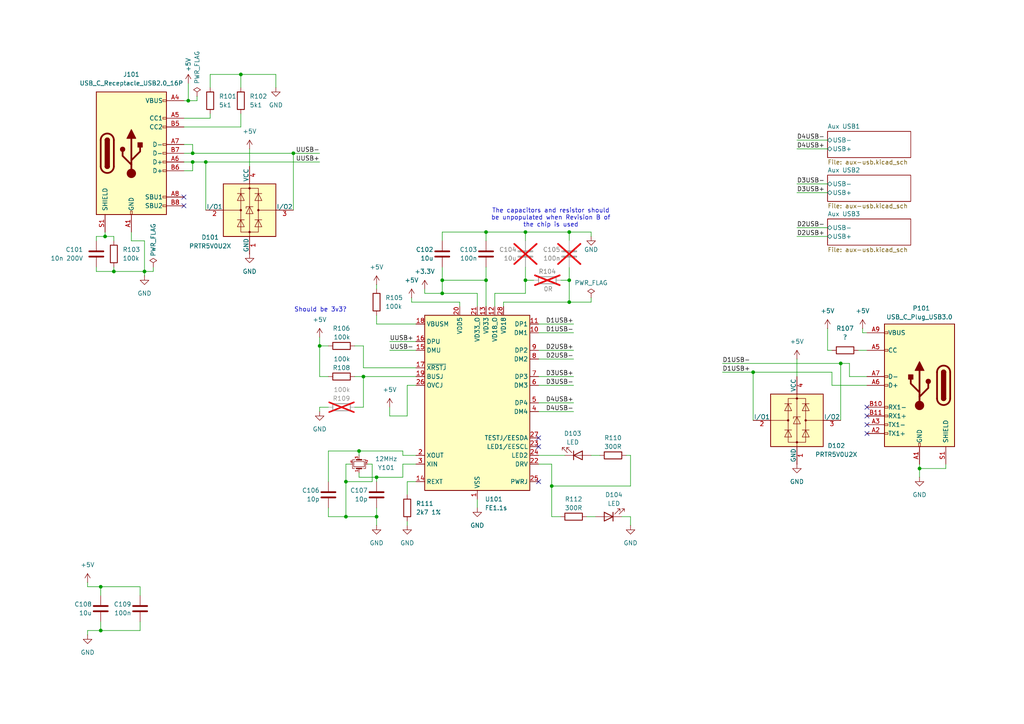
<source format=kicad_sch>
(kicad_sch (version 20231120) (generator "eeschema") (generator_version "8.0")
  (paper "A4")
  (lib_symbols
    (symbol "Connector:USB_C_Receptacle_USB2.0_16P" (pin_names (offset 1.016))
      (property "Reference" "J" (at 0 22.225 0))
      (property "Value" "USB_C_Receptacle_USB2.0_16P" (at 0 19.685 0))
      (symbol "USB_C_Receptacle_USB2.0_16P_0_0"
        (rectangle (start -0.254 -17.78) (end 0.254 -16.764))
        (rectangle (start 10.16 -14.986) (end 9.144 -15.494))
        (rectangle (start 10.16 -12.446) (end 9.144 -12.954))
        (rectangle (start 10.16 -4.826) (end 9.144 -5.334))
        (rectangle (start 10.16 -2.286) (end 9.144 -2.794))
        (rectangle (start 10.16 0.254) (end 9.144 -0.254))
        (rectangle (start 10.16 2.794) (end 9.144 2.286))
        (rectangle (start 10.16 7.874) (end 9.144 7.366))
        (rectangle (start 10.16 10.414) (end 9.144 9.906))
        (rectangle (start 10.16 15.494) (end 9.144 14.986))
      )
      (symbol "USB_C_Receptacle_USB2.0_16P_0_1"
        (rectangle (start -10.16 17.78) (end 10.16 -17.78) (stroke (width 0.254)) (fill (type background)))
        (arc (start -8.89 -3.81) (mid -6.985 -5.7067) (end -5.08 -3.81) (stroke (width 0.508)))
        (arc (start -7.62 -3.81) (mid -6.985 -4.4423) (end -6.35 -3.81) (stroke (width 0.254)))
        (arc (start -7.62 -3.81) (mid -6.985 -4.4423) (end -6.35 -3.81) (stroke (width 0.254)) (fill (type outline)))
        (rectangle (start -7.62 -3.81) (end -6.35 3.81) (stroke (width 0.254)) (fill (type outline)))
        (arc (start -6.35 3.81) (mid -6.985 4.4423) (end -7.62 3.81) (stroke (width 0.254)))
        (arc (start -6.35 3.81) (mid -6.985 4.4423) (end -7.62 3.81) (stroke (width 0.254)) (fill (type outline)))
        (arc (start -5.08 3.81) (mid -6.985 5.7067) (end -8.89 3.81) (stroke (width 0.508)))
        (circle (center -2.54 1.143) (radius 0.635) (stroke (width 0.254)) (fill (type outline)))
        (circle (center 0 -5.842) (radius 1.27) (fill (type outline)))
        (polyline (pts (xy -8.89 -3.81) (xy -8.89 3.81)) (stroke (width 0.508)))
        (polyline (pts (xy -5.08 3.81) (xy -5.08 -3.81)) (stroke (width 0.508)))
        (polyline (pts (xy 0 -5.842) (xy 0 4.318)) (stroke (width 0.508)))
        (polyline (pts (xy 0 -3.302) (xy -2.54 -0.762) (xy -2.54 0.508)) (stroke (width 0.508)))
        (polyline (pts (xy 0 -2.032) (xy 2.54 0.508) (xy 2.54 1.778)) (stroke (width 0.508)))
        (polyline (pts (xy -1.27 4.318) (xy 0 6.858) (xy 1.27 4.318) (xy -1.27 4.318)) (stroke (width 0.254)) (fill (type outline)))
        (rectangle (start 1.905 1.778) (end 3.175 3.048) (stroke (width 0.254)) (fill (type outline)))
      )
      (symbol "USB_C_Receptacle_USB2.0_16P_1_1"
        (pin passive line (at 0 -22.86 90) (length 5.08) (name "GND") (number "A1"))
        (pin passive line (at 0 -22.86 90) (length 5.08) hide (name "GND") (number "A12"))
        (pin passive line (at 15.24 15.24 180) (length 5.08) (name "VBUS") (number "A4"))
        (pin bidirectional line (at 15.24 10.16 180) (length 5.08) (name "CC1") (number "A5"))
        (pin bidirectional line (at 15.24 -2.54 180) (length 5.08) (name "D+") (number "A6"))
        (pin bidirectional line (at 15.24 2.54 180) (length 5.08) (name "D-") (number "A7"))
        (pin bidirectional line (at 15.24 -12.7 180) (length 5.08) (name "SBU1") (number "A8"))
        (pin passive line (at 15.24 15.24 180) (length 5.08) hide (name "VBUS") (number "A9"))
        (pin passive line (at 0 -22.86 90) (length 5.08) hide (name "GND") (number "B1"))
        (pin passive line (at 0 -22.86 90) (length 5.08) hide (name "GND") (number "B12"))
        (pin passive line (at 15.24 15.24 180) (length 5.08) hide (name "VBUS") (number "B4"))
        (pin bidirectional line (at 15.24 7.62 180) (length 5.08) (name "CC2") (number "B5"))
        (pin bidirectional line (at 15.24 -5.08 180) (length 5.08) (name "D+") (number "B6"))
        (pin bidirectional line (at 15.24 0 180) (length 5.08) (name "D-") (number "B7"))
        (pin bidirectional line (at 15.24 -15.24 180) (length 5.08) (name "SBU2") (number "B8"))
        (pin passive line (at 15.24 15.24 180) (length 5.08) hide (name "VBUS") (number "B9"))
        (pin passive line (at -7.62 -22.86 90) (length 5.08) (name "SHIELD") (number "S1"))
      )
    )
    (symbol "Device:C" (pin_numbers hide) (pin_names (offset 0.254))
      (property "Reference" "C" (at 0.635 2.54 0))
      (property "Value" "C" (at 0.635 -2.54 0))
      (symbol "C_0_1"
        (polyline (pts (xy -2.032 -0.762) (xy 2.032 -0.762)) (stroke (width 0.508)))
        (polyline (pts (xy -2.032 0.762) (xy 2.032 0.762)) (stroke (width 0.508)))
      )
      (symbol "C_1_1"
        (pin passive line (at 0 3.81 270) (length 2.794) (name "~") (number "1"))
        (pin passive line (at 0 -3.81 90) (length 2.794) (name "~") (number "2"))
      )
    )
    (symbol "Device:Crystal_GND24_Small" (pin_names (offset 1.016) hide)
      (property "Reference" "Y" (at 1.27 4.445 0))
      (property "Value" "Crystal_GND24_Small" (at 1.27 2.54 0))
      (symbol "Crystal_GND24_Small_0_1"
        (rectangle (start -0.762 -1.524) (end 0.762 1.524))
        (polyline (pts (xy -1.27 -0.762) (xy -1.27 0.762)) (stroke (width 0.381)))
        (polyline (pts (xy 1.27 -0.762) (xy 1.27 0.762)) (stroke (width 0.381)))
        (polyline (pts (xy -1.27 -1.27) (xy -1.27 -1.905) (xy 1.27 -1.905) (xy 1.27 -1.27)))
        (polyline (pts (xy -1.27 1.27) (xy -1.27 1.905) (xy 1.27 1.905) (xy 1.27 1.27)))
      )
      (symbol "Crystal_GND24_Small_1_1"
        (pin passive line (at -2.54 0 0) (length 1.27) (name "1") (number "1"))
        (pin passive line (at 0 -2.54 90) (length 0.635) (name "2") (number "2"))
        (pin passive line (at 2.54 0 180) (length 1.27) (name "3") (number "3"))
        (pin passive line (at 0 2.54 270) (length 0.635) (name "4") (number "4"))
      )
    )
    (symbol "Device:LED" (pin_numbers hide) (pin_names (offset 1.016) hide)
      (property "Reference" "D" (at 0 2.54 0))
      (property "Value" "LED" (at 0 -2.54 0))
      (symbol "LED_0_1"
        (polyline (pts (xy -1.27 -1.27) (xy -1.27 1.27)) (stroke (width 0.254)))
        (polyline (pts (xy -1.27 0) (xy 1.27 0)))
        (polyline (pts (xy 1.27 -1.27) (xy 1.27 1.27) (xy -1.27 0) (xy 1.27 -1.27)) (stroke (width 0.254)))
        (polyline (pts (xy -3.048 -0.762) (xy -4.572 -2.286) (xy -3.81 -2.286) (xy -4.572 -2.286) (xy -4.572 -1.524)))
        (polyline (pts (xy -1.778 -0.762) (xy -3.302 -2.286) (xy -2.54 -2.286) (xy -3.302 -2.286) (xy -3.302 -1.524)))
      )
      (symbol "LED_1_1"
        (pin passive line (at -3.81 0 0) (length 2.54) (name "K") (number "1"))
        (pin passive line (at 3.81 0 180) (length 2.54) (name "A") (number "2"))
      )
    )
    (symbol "Device:R" (pin_numbers hide) (pin_names (offset 0))
      (property "Reference" "R" (at 2.032 0 90))
      (property "Value" "R" (at 0 0 90))
      (symbol "R_0_1"
        (rectangle (start -1.016 -2.54) (end 1.016 2.54) (stroke (width 0.254)))
      )
      (symbol "R_1_1"
        (pin passive line (at 0 3.81 270) (length 1.27) (name "~") (number "1"))
        (pin passive line (at 0 -3.81 90) (length 1.27) (name "~") (number "2"))
      )
    )
    (symbol "Interface_USB:FE1.1s"
      (property "Reference" "U" (at -11.43 26.67 0))
      (property "Value" "FE1.1s" (at 12.7 27.94 0))
      (symbol "FE1.1s_0_1"
        (rectangle (start -15.24 25.4) (end 15.24 -25.4) (stroke (width 0.254)) (fill (type background)))
      )
      (symbol "FE1.1s_1_1"
        (pin power_in line (at 0 -27.94 90) (length 2.54) (name "VSS") (number "1"))
        (pin bidirectional line (at 17.78 20.32 180) (length 2.54) (name "DM1") (number "10"))
        (pin bidirectional line (at 17.78 22.86 180) (length 2.54) (name "DP1") (number "11"))
        (pin power_out line (at 5.08 27.94 270) (length 2.54) (name "VD18_O") (number "12"))
        (pin power_in line (at 2.54 27.94 270) (length 2.54) (name "VD33") (number "13"))
        (pin passive line (at -17.78 -22.86 0) (length 2.54) (name "REXT") (number "14"))
        (pin bidirectional line (at -17.78 15.24 0) (length 2.54) (name "DMU") (number "15"))
        (pin bidirectional line (at -17.78 17.78 0) (length 2.54) (name "DPU") (number "16"))
        (pin input line (at -17.78 10.16 0) (length 2.54) (name "~{XRSTJ}") (number "17"))
        (pin input line (at -17.78 22.86 0) (length 2.54) (name "VBUSM") (number "18"))
        (pin input line (at -17.78 7.62 0) (length 2.54) (name "BUSJ") (number "19"))
        (pin output line (at -17.78 -15.24 0) (length 2.54) (name "XOUT") (number "2"))
        (pin power_in line (at -5.08 27.94 270) (length 2.54) (name "VDD5") (number "20"))
        (pin power_out line (at 0 27.94 270) (length 2.54) (name "VD33_O") (number "21"))
        (pin bidirectional line (at 17.78 -17.78 180) (length 2.54) (name "DRV") (number "22"))
        (pin bidirectional line (at 17.78 -12.7 180) (length 2.54) (name "LED1/EESCL") (number "23"))
        (pin bidirectional line (at 17.78 -15.24 180) (length 2.54) (name "LED2") (number "24"))
        (pin output line (at 17.78 -22.86 180) (length 2.54) (name "PWRJ") (number "25"))
        (pin input line (at -17.78 5.08 0) (length 2.54) (name "OVCJ") (number "26"))
        (pin bidirectional line (at 17.78 -10.16 180) (length 2.54) (name "TESTJ/EESDA") (number "27"))
        (pin power_in line (at 7.62 27.94 270) (length 2.54) (name "VD18") (number "28"))
        (pin input line (at -17.78 -17.78 0) (length 2.54) (name "XIN") (number "3"))
        (pin bidirectional line (at 17.78 -2.54 180) (length 2.54) (name "DM4") (number "4"))
        (pin bidirectional line (at 17.78 0 180) (length 2.54) (name "DP4") (number "5"))
        (pin bidirectional line (at 17.78 5.08 180) (length 2.54) (name "DM3") (number "6"))
        (pin bidirectional line (at 17.78 7.62 180) (length 2.54) (name "DP3") (number "7"))
        (pin bidirectional line (at 17.78 12.7 180) (length 2.54) (name "DM2") (number "8"))
        (pin bidirectional line (at 17.78 15.24 180) (length 2.54) (name "DP2") (number "9"))
      )
    )
    (symbol "Power_Protection:PRTR5V0U2X" (pin_names (offset 0))
      (property "Reference" "D" (at 2.794 8.636 0))
      (property "Value" "PRTR5V0U2X" (at 8.128 -9.398 0))
      (symbol "PRTR5V0U2X_0_1"
        (rectangle (start -7.62 -7.62) (end 7.62 7.62) (stroke (width 0.254)) (fill (type background)))
        (circle (center -2.54 0) (radius 0.254) (fill (type outline)))
        (rectangle (start -2.54 6.35) (end 2.54 -6.35))
        (circle (center 0 -6.35) (radius 0.254) (fill (type outline)))
        (polyline (pts (xy -2.54 0) (xy -7.62 0)))
        (polyline (pts (xy -1.524 -2.794) (xy -3.556 -2.794)))
        (polyline (pts (xy -1.524 4.826) (xy -3.556 4.826)))
        (polyline (pts (xy 0 -7.62) (xy 0 7.62)))
        (polyline (pts (xy 1.524 -2.794) (xy 3.556 -2.794)))
        (polyline (pts (xy 1.524 4.826) (xy 3.556 4.826)))
        (polyline (pts (xy 2.54 0) (xy 7.62 0)))
        (polyline (pts (xy 1.016 1.016) (xy -1.016 1.016) (xy -1.016 0.508)))
        (polyline (pts (xy -3.556 -4.826) (xy -1.524 -4.826) (xy -2.54 -2.794) (xy -3.556 -4.826)))
        (polyline (pts (xy -3.556 2.794) (xy -1.524 2.794) (xy -2.54 4.826) (xy -3.556 2.794)))
        (polyline (pts (xy -1.016 -1.016) (xy 1.016 -1.016) (xy 0 1.016) (xy -1.016 -1.016)))
        (polyline (pts (xy 3.556 -4.826) (xy 1.524 -4.826) (xy 2.54 -2.794) (xy 3.556 -4.826)))
        (polyline (pts (xy 3.556 2.794) (xy 1.524 2.794) (xy 2.54 4.826) (xy 3.556 2.794)))
        (circle (center 0 6.35) (radius 0.254) (fill (type outline)))
        (circle (center 2.54 0) (radius 0.254) (fill (type outline)))
      )
      (symbol "PRTR5V0U2X_1_1"
        (pin passive line (at 0 -12.7 90) (length 5.08) (name "GND") (number "1"))
        (pin passive line (at -12.7 0 0) (length 5.08) (name "I/O1") (number "2"))
        (pin passive line (at 12.7 0 180) (length 5.08) (name "I/O2") (number "3"))
        (pin passive line (at 0 12.7 270) (length 5.08) (name "VCC") (number "4"))
      )
    )
    (symbol "local:USB_C_Plug_USB3.0" (pin_names (offset 1.016))
      (property "Reference" "P" (at -10.16 19.05 0))
      (property "Value" "USB_C_Plug_USB3.0" (at 12.7 19.05 0))
      (symbol "USB_C_Plug_USB3.0_0_0"
        (rectangle (start -0.254 -17.78) (end 0.254 -16.764))
        (rectangle (start 10.16 -13.716) (end 9.144 -14.224))
        (rectangle (start 10.16 -11.176) (end 9.144 -11.684))
        (rectangle (start 10.16 -8.636) (end 9.144 -9.144))
        (rectangle (start 10.16 -6.096) (end 9.144 -6.604))
        (rectangle (start 10.16 0.254) (end 9.144 -0.254))
        (rectangle (start 10.16 2.794) (end 9.144 2.286))
        (rectangle (start 10.16 10.414) (end 9.144 9.906))
        (rectangle (start 10.16 15.494) (end 9.144 14.986))
      )
      (symbol "USB_C_Plug_USB3.0_0_1"
        (rectangle (start -10.16 17.78) (end 10.16 -17.78) (stroke (width 0.254)) (fill (type background)))
        (arc (start -8.89 -3.81) (mid -6.985 -5.7067) (end -5.08 -3.81) (stroke (width 0.508)))
        (arc (start -7.62 -3.81) (mid -6.985 -4.4423) (end -6.35 -3.81) (stroke (width 0.254)))
        (arc (start -7.62 -3.81) (mid -6.985 -4.4423) (end -6.35 -3.81) (stroke (width 0.254)) (fill (type outline)))
        (rectangle (start -7.62 -3.81) (end -6.35 3.81) (stroke (width 0.254)) (fill (type outline)))
        (arc (start -6.35 3.81) (mid -6.985 4.4423) (end -7.62 3.81) (stroke (width 0.254)))
        (arc (start -6.35 3.81) (mid -6.985 4.4423) (end -7.62 3.81) (stroke (width 0.254)) (fill (type outline)))
        (arc (start -5.08 3.81) (mid -6.985 5.7067) (end -8.89 3.81) (stroke (width 0.508)))
        (circle (center -2.54 1.143) (radius 0.635) (stroke (width 0.254)) (fill (type outline)))
        (circle (center 0 -5.842) (radius 1.27) (fill (type outline)))
        (polyline (pts (xy -8.89 -3.81) (xy -8.89 3.81)) (stroke (width 0.508)))
        (polyline (pts (xy -5.08 3.81) (xy -5.08 -3.81)) (stroke (width 0.508)))
        (polyline (pts (xy 0 -5.842) (xy 0 4.318)) (stroke (width 0.508)))
        (polyline (pts (xy 0 -3.302) (xy -2.54 -0.762) (xy -2.54 0.508)) (stroke (width 0.508)))
        (polyline (pts (xy 0 -2.032) (xy 2.54 0.508) (xy 2.54 1.778)) (stroke (width 0.508)))
        (polyline (pts (xy -1.27 4.318) (xy 0 6.858) (xy 1.27 4.318) (xy -1.27 4.318)) (stroke (width 0.254)) (fill (type outline)))
        (rectangle (start 1.905 1.778) (end 3.175 3.048) (stroke (width 0.254)) (fill (type outline)))
      )
      (symbol "USB_C_Plug_USB3.0_1_1"
        (pin passive line (at 0 -22.86 90) (length 5.08) (name "GND") (number "A1"))
        (pin bidirectional line (at 15.24 -13.97 180) (length 5.08) (name "TX1+") (number "A2"))
        (pin bidirectional line (at 15.24 -11.43 180) (length 5.08) (name "TX1-") (number "A3"))
        (pin bidirectional line (at 15.24 10.16 180) (length 5.08) (name "CC") (number "A5"))
        (pin bidirectional line (at 15.24 0 180) (length 5.08) (name "D+") (number "A6"))
        (pin bidirectional line (at 15.24 2.54 180) (length 5.08) (name "D-") (number "A7"))
        (pin passive line (at 15.24 15.24 180) (length 5.08) (name "VBUS") (number "A9"))
        (pin bidirectional line (at 15.24 -6.35 180) (length 5.08) (name "RX1-") (number "B10"))
        (pin bidirectional line (at 15.24 -8.89 180) (length 5.08) (name "RX1+") (number "B11"))
        (pin passive line (at -7.62 -22.86 90) (length 5.08) (name "SHIELD") (number "S1"))
      )
    )
    (symbol "power:+3.3V" (power) (pin_numbers hide) (pin_names (offset 0) hide)
      (property "Value" "+3.3V" (at 0 3.556 0))
      (symbol "+3.3V_0_1"
        (polyline (pts (xy -0.762 1.27) (xy 0 2.54)))
        (polyline (pts (xy 0 0) (xy 0 2.54)))
        (polyline (pts (xy 0 2.54) (xy 0.762 1.27)))
      )
      (symbol "+3.3V_1_1"
        (pin power_in line (at 0 0 90) (length 0) (name "~") (number "1"))
      )
    )
    (symbol "power:+5V" (power) (pin_numbers hide) (pin_names (offset 0) hide)
      (property "Value" "+5V" (at 0 3.556 0))
      (symbol "+5V_0_1"
        (polyline (pts (xy -0.762 1.27) (xy 0 2.54)))
        (polyline (pts (xy 0 0) (xy 0 2.54)))
        (polyline (pts (xy 0 2.54) (xy 0.762 1.27)))
      )
      (symbol "+5V_1_1"
        (pin power_in line (at 0 0 90) (length 0) (name "~") (number "1"))
      )
    )
    (symbol "power:GND" (power) (pin_numbers hide) (pin_names (offset 0) hide)
      (property "Value" "GND" (at 0 -3.81 0))
      (symbol "GND_0_1"
        (polyline (pts (xy 0 0) (xy 0 -1.27) (xy 1.27 -1.27) (xy 0 -2.54) (xy -1.27 -1.27) (xy 0 -1.27)))
      )
      (symbol "GND_1_1"
        (pin power_in line (at 0 0 270) (length 0) (name "~") (number "1"))
      )
    )
    (symbol "power:PWR_FLAG" (power) (pin_numbers hide) (pin_names (offset 0) hide)
      (property "Value" "PWR_FLAG" (at 0 3.81 0))
      (symbol "PWR_FLAG_0_0"
        (pin power_out line (at 0 0 90) (length 0) (name "~") (number "1"))
      )
      (symbol "PWR_FLAG_0_1"
        (polyline (pts (xy 0 0) (xy 0 1.27) (xy -1.016 1.905) (xy 0 2.54) (xy 1.016 1.905) (xy 0 1.27)))
      )
    )
  )
  (junction (at 128.27 81.28))
  (junction (at 165.1 87.63))
  (junction (at 152.4 81.28))
  (junction (at 165.1 67.31))
  (junction (at 29.21 170.18))
  (junction (at 140.97 67.31))
  (junction (at 109.22 138.43))
  (junction (at 54.61 29.21))
  (junction (at 243.84 105.41))
  (junction (at 30.48 68.58))
  (junction (at 104.14 130.81))
  (junction (at 69.85 21.59))
  (junction (at 160.02 140.97))
  (junction (at 85.09 44.45))
  (junction (at 100.33 149.86))
  (junction (at 33.02 78.74))
  (junction (at 128.27 85.09))
  (junction (at 266.7 135.89))
  (junction (at 55.88 46.99))
  (junction (at 59.69 46.99))
  (junction (at 100.33 139.7))
  (junction (at 218.44 107.95))
  (junction (at 92.71 100.33))
  (junction (at 41.91 78.74))
  (junction (at 140.97 81.28))
  (junction (at 109.22 149.86))
  (junction (at 105.41 109.22))
  (junction (at 165.1 81.28))
  (junction (at 55.88 44.45))
  (junction (at 152.4 67.31))
  (junction (at 29.21 182.88))
  (no_connect (at 251.46 125.73))
  (no_connect (at 53.34 57.15))
  (no_connect (at 53.34 59.69))
  (no_connect (at 156.21 129.54))
  (no_connect (at 156.21 139.7))
  (no_connect (at 251.46 123.19))
  (no_connect (at 251.46 120.65))
  (no_connect (at 156.21 127))
  (no_connect (at 251.46 118.11))
  (wire (pts (xy 105.41 109.22) (xy 102.87 109.22)))
  (wire (pts (xy 123.19 85.09) (xy 128.27 85.09)))
  (wire (pts (xy 146.05 87.63) (xy 165.1 87.63)))
  (wire (pts (xy 120.65 109.22) (xy 105.41 109.22)))
  (wire (pts (xy 95.25 149.86) (xy 100.33 149.86)))
  (wire (pts (xy 41.91 69.85) (xy 41.91 78.74)))
  (wire (pts (xy 29.21 182.88) (xy 29.21 180.34)))
  (wire (pts (xy 231.14 55.88) (xy 240.03 55.88)))
  (wire (pts (xy 95.25 109.22) (xy 92.71 109.22)))
  (wire (pts (xy 118.11 111.76) (xy 120.65 111.76)))
  (wire (pts (xy 274.32 135.89) (xy 266.7 135.89)))
  (wire (pts (xy 27.94 78.74) (xy 33.02 78.74)))
  (wire (pts (xy 152.4 81.28) (xy 152.4 77.47)))
  (wire (pts (xy 72.39 43.18) (xy 72.39 48.26)))
  (wire (pts (xy 156.21 111.76) (xy 166.37 111.76)))
  (wire (pts (xy 140.97 77.47) (xy 140.97 81.28)))
  (wire (pts (xy 113.03 118.11) (xy 113.03 120.65)))
  (wire (pts (xy 60.96 21.59) (xy 60.96 25.4)))
  (wire (pts (xy 118.11 139.7) (xy 120.65 139.7)))
  (wire (pts (xy 69.85 21.59) (xy 60.96 21.59)))
  (wire (pts (xy 40.64 182.88) (xy 40.64 180.34)))
  (wire (pts (xy 109.22 82.55) (xy 109.22 83.82)))
  (wire (pts (xy 116.84 132.08) (xy 120.65 132.08)))
  (wire (pts (xy 156.21 116.84) (xy 166.37 116.84)))
  (wire (pts (xy 27.94 77.47) (xy 27.94 78.74)))
  (wire (pts (xy 102.87 100.33) (xy 105.41 100.33)))
  (wire (pts (xy 240.03 101.6) (xy 241.3 101.6)))
  (wire (pts (xy 180.34 149.86) (xy 182.88 149.86)))
  (wire (pts (xy 241.3 111.76) (xy 251.46 111.76)))
  (wire (pts (xy 25.4 184.15) (xy 25.4 182.88)))
  (wire (pts (xy 209.55 105.41) (xy 243.84 105.41)))
  (wire (pts (xy 92.71 100.33) (xy 95.25 100.33)))
  (wire (pts (xy 80.01 25.4) (xy 80.01 21.59)))
  (wire (pts (xy 33.02 77.47) (xy 33.02 78.74)))
  (wire (pts (xy 100.33 149.86) (xy 109.22 149.86)))
  (wire (pts (xy 156.21 132.08) (xy 163.83 132.08)))
  (wire (pts (xy 109.22 93.98) (xy 120.65 93.98)))
  (wire (pts (xy 59.69 60.96) (xy 59.69 46.99)))
  (wire (pts (xy 165.1 87.63) (xy 165.1 81.28)))
  (wire (pts (xy 29.21 182.88) (xy 40.64 182.88)))
  (wire (pts (xy 246.38 105.41) (xy 246.38 109.22)))
  (wire (pts (xy 40.64 170.18) (xy 40.64 172.72)))
  (wire (pts (xy 156.21 134.62) (xy 160.02 134.62)))
  (wire (pts (xy 128.27 81.28) (xy 140.97 81.28)))
  (wire (pts (xy 246.38 109.22) (xy 251.46 109.22)))
  (wire (pts (xy 33.02 78.74) (xy 41.91 78.74)))
  (wire (pts (xy 41.91 78.74) (xy 44.45 78.74)))
  (wire (pts (xy 182.88 149.86) (xy 182.88 152.4)))
  (wire (pts (xy 146.05 88.9) (xy 146.05 87.63)))
  (wire (pts (xy 53.34 44.45) (xy 55.88 44.45)))
  (wire (pts (xy 54.61 29.21) (xy 53.34 29.21)))
  (wire (pts (xy 182.88 132.08) (xy 182.88 140.97)))
  (wire (pts (xy 100.33 134.62) (xy 100.33 139.7)))
  (wire (pts (xy 243.84 105.41) (xy 246.38 105.41)))
  (wire (pts (xy 102.87 118.11) (xy 105.41 118.11)))
  (wire (pts (xy 107.95 139.7) (xy 100.33 139.7)))
  (wire (pts (xy 29.21 170.18) (xy 29.21 172.72)))
  (wire (pts (xy 138.43 85.09) (xy 138.43 88.9)))
  (wire (pts (xy 105.41 106.68) (xy 120.65 106.68)))
  (wire (pts (xy 95.25 130.81) (xy 104.14 130.81)))
  (wire (pts (xy 41.91 69.85) (xy 38.1 69.85)))
  (wire (pts (xy 69.85 36.83) (xy 69.85 33.02)))
  (wire (pts (xy 250.19 95.25) (xy 250.19 96.52)))
  (wire (pts (xy 116.84 134.62) (xy 120.65 134.62)))
  (wire (pts (xy 156.21 96.52) (xy 166.37 96.52)))
  (wire (pts (xy 116.84 138.43) (xy 116.84 134.62)))
  (wire (pts (xy 30.48 68.58) (xy 33.02 68.58)))
  (wire (pts (xy 105.41 109.22) (xy 105.41 118.11)))
  (wire (pts (xy 240.03 95.25) (xy 240.03 101.6)))
  (wire (pts (xy 165.1 81.28) (xy 165.1 77.47)))
  (wire (pts (xy 128.27 77.47) (xy 128.27 81.28)))
  (wire (pts (xy 138.43 144.78) (xy 138.43 147.32)))
  (wire (pts (xy 104.14 130.81) (xy 104.14 132.08)))
  (wire (pts (xy 113.03 120.65) (xy 118.11 120.65)))
  (wire (pts (xy 69.85 36.83) (xy 53.34 36.83)))
  (wire (pts (xy 128.27 69.85) (xy 128.27 67.31)))
  (wire (pts (xy 171.45 132.08) (xy 173.99 132.08)))
  (wire (pts (xy 241.3 107.95) (xy 241.3 111.76)))
  (wire (pts (xy 218.44 107.95) (xy 241.3 107.95)))
  (wire (pts (xy 231.14 104.14) (xy 231.14 109.22)))
  (wire (pts (xy 231.14 43.18) (xy 240.03 43.18)))
  (wire (pts (xy 160.02 134.62) (xy 160.02 140.97)))
  (wire (pts (xy 162.56 81.28) (xy 165.1 81.28)))
  (wire (pts (xy 57.15 29.21) (xy 54.61 29.21)))
  (wire (pts (xy 171.45 87.63) (xy 165.1 87.63)))
  (wire (pts (xy 140.97 81.28) (xy 140.97 88.9)))
  (wire (pts (xy 41.91 78.74) (xy 41.91 80.01)))
  (wire (pts (xy 113.03 99.06) (xy 120.65 99.06)))
  (wire (pts (xy 160.02 140.97) (xy 160.02 149.86)))
  (wire (pts (xy 60.96 34.29) (xy 60.96 33.02)))
  (wire (pts (xy 266.7 134.62) (xy 266.7 135.89)))
  (wire (pts (xy 55.88 44.45) (xy 55.88 41.91)))
  (wire (pts (xy 113.03 101.6) (xy 120.65 101.6)))
  (wire (pts (xy 33.02 68.58) (xy 33.02 69.85)))
  (wire (pts (xy 143.51 88.9) (xy 143.51 85.09)))
  (wire (pts (xy 250.19 96.52) (xy 251.46 96.52)))
  (wire (pts (xy 95.25 130.81) (xy 95.25 139.7)))
  (wire (pts (xy 30.48 67.31) (xy 30.48 68.58)))
  (wire (pts (xy 128.27 81.28) (xy 128.27 85.09)))
  (wire (pts (xy 209.55 107.95) (xy 218.44 107.95)))
  (wire (pts (xy 27.94 68.58) (xy 30.48 68.58)))
  (wire (pts (xy 53.34 34.29) (xy 60.96 34.29)))
  (wire (pts (xy 80.01 21.59) (xy 69.85 21.59)))
  (wire (pts (xy 160.02 140.97) (xy 182.88 140.97)))
  (wire (pts (xy 231.14 53.34) (xy 240.03 53.34)))
  (wire (pts (xy 104.14 138.43) (xy 109.22 138.43)))
  (wire (pts (xy 119.38 87.63) (xy 119.38 86.36)))
  (wire (pts (xy 29.21 170.18) (xy 40.64 170.18)))
  (wire (pts (xy 274.32 134.62) (xy 274.32 135.89)))
  (wire (pts (xy 156.21 93.98) (xy 166.37 93.98)))
  (wire (pts (xy 25.4 170.18) (xy 29.21 170.18)))
  (wire (pts (xy 160.02 149.86) (xy 162.56 149.86)))
  (wire (pts (xy 55.88 49.53) (xy 55.88 46.99)))
  (wire (pts (xy 53.34 49.53) (xy 55.88 49.53)))
  (wire (pts (xy 104.14 137.16) (xy 104.14 138.43)))
  (wire (pts (xy 152.4 85.09) (xy 152.4 81.28)))
  (wire (pts (xy 105.41 100.33) (xy 105.41 106.68)))
  (wire (pts (xy 107.95 134.62) (xy 106.68 134.62)))
  (wire (pts (xy 182.88 132.08) (xy 181.61 132.08)))
  (wire (pts (xy 165.1 67.31) (xy 171.45 67.31)))
  (wire (pts (xy 59.69 46.99) (xy 92.71 46.99)))
  (wire (pts (xy 92.71 118.11) (xy 95.25 118.11)))
  (wire (pts (xy 92.71 97.79) (xy 92.71 100.33)))
  (wire (pts (xy 109.22 149.86) (xy 109.22 147.32)))
  (wire (pts (xy 53.34 46.99) (xy 55.88 46.99)))
  (wire (pts (xy 231.14 66.04) (xy 240.03 66.04)))
  (wire (pts (xy 116.84 130.81) (xy 116.84 132.08)))
  (wire (pts (xy 165.1 67.31) (xy 152.4 67.31)))
  (wire (pts (xy 218.44 107.95) (xy 218.44 121.92)))
  (wire (pts (xy 25.4 182.88) (xy 29.21 182.88)))
  (wire (pts (xy 128.27 67.31) (xy 140.97 67.31)))
  (wire (pts (xy 140.97 67.31) (xy 140.97 69.85)))
  (wire (pts (xy 248.92 101.6) (xy 251.46 101.6)))
  (wire (pts (xy 101.6 134.62) (xy 100.33 134.62)))
  (wire (pts (xy 152.4 67.31) (xy 152.4 69.85)))
  (wire (pts (xy 92.71 119.38) (xy 92.71 118.11)))
  (wire (pts (xy 243.84 105.41) (xy 243.84 121.92)))
  (wire (pts (xy 25.4 168.91) (xy 25.4 170.18)))
  (wire (pts (xy 231.14 40.64) (xy 240.03 40.64)))
  (wire (pts (xy 156.21 104.14) (xy 166.37 104.14)))
  (wire (pts (xy 165.1 67.31) (xy 165.1 69.85)))
  (wire (pts (xy 85.09 44.45) (xy 92.71 44.45)))
  (wire (pts (xy 133.35 87.63) (xy 133.35 88.9)))
  (wire (pts (xy 109.22 91.44) (xy 109.22 93.98)))
  (wire (pts (xy 104.14 130.81) (xy 116.84 130.81)))
  (wire (pts (xy 109.22 138.43) (xy 116.84 138.43)))
  (wire (pts (xy 95.25 147.32) (xy 95.25 149.86)))
  (wire (pts (xy 156.21 119.38) (xy 166.37 119.38)))
  (wire (pts (xy 156.21 101.6) (xy 166.37 101.6)))
  (wire (pts (xy 170.18 149.86) (xy 172.72 149.86)))
  (wire (pts (xy 266.7 135.89) (xy 266.7 138.43)))
  (wire (pts (xy 143.51 85.09) (xy 152.4 85.09)))
  (wire (pts (xy 27.94 68.58) (xy 27.94 69.85)))
  (wire (pts (xy 118.11 139.7) (xy 118.11 143.51)))
  (wire (pts (xy 128.27 85.09) (xy 138.43 85.09)))
  (wire (pts (xy 118.11 120.65) (xy 118.11 111.76)))
  (wire (pts (xy 69.85 21.59) (xy 69.85 25.4)))
  (wire (pts (xy 140.97 67.31) (xy 152.4 67.31)))
  (wire (pts (xy 231.14 68.58) (xy 240.03 68.58)))
  (wire (pts (xy 119.38 87.63) (xy 133.35 87.63)))
  (wire (pts (xy 57.15 27.94) (xy 57.15 29.21)))
  (wire (pts (xy 44.45 77.47) (xy 44.45 78.74)))
  (wire (pts (xy 53.34 41.91) (xy 55.88 41.91)))
  (wire (pts (xy 152.4 81.28) (xy 154.94 81.28)))
  (wire (pts (xy 118.11 151.13) (xy 118.11 152.4)))
  (wire (pts (xy 85.09 60.96) (xy 85.09 44.45)))
  (wire (pts (xy 38.1 69.85) (xy 38.1 67.31)))
  (wire (pts (xy 55.88 44.45) (xy 85.09 44.45)))
  (wire (pts (xy 92.71 109.22) (xy 92.71 100.33)))
  (wire (pts (xy 109.22 152.4) (xy 109.22 149.86)))
  (wire (pts (xy 123.19 83.82) (xy 123.19 85.09)))
  (wire (pts (xy 107.95 134.62) (xy 107.95 139.7)))
  (wire (pts (xy 55.88 46.99) (xy 59.69 46.99)))
  (wire (pts (xy 171.45 67.31) (xy 171.45 68.58)))
  (wire (pts (xy 100.33 139.7) (xy 100.33 149.86)))
  (wire (pts (xy 171.45 86.36) (xy 171.45 87.63)))
  (wire (pts (xy 109.22 139.7) (xy 109.22 138.43)))
  (wire (pts (xy 54.61 24.13) (xy 54.61 29.21)))
  (wire (pts (xy 156.21 109.22) (xy 166.37 109.22)))
  (text "The capacitors and resistor should\nbe unpopulated when Revision B of\nthe chip is used" (at 159.766 63.246 0) (effects (font (size 1.27 1.27))))
  (text "Should be 3v3?\n" (at 92.964 89.916 0) (effects (font (size 1.27 1.27))))
  (label "D2USB-" (at 166.37 104.14 180))
  (label "D2USB-" (at 231.14 66.04 0))
  (label "D3USB+" (at 166.37 109.22 180))
  (label "UUSB-" (at 113.03 101.6 0))
  (label "D1USB+" (at 209.55 107.95 0))
  (label "D1USB+" (at 166.37 93.98 180))
  (label "D4USB-" (at 166.37 119.38 180))
  (label "D2USB+" (at 166.37 101.6 180))
  (label "D3USB+" (at 231.14 55.88 0))
  (label "D4USB+" (at 231.14 43.18 0))
  (label "UUSB+" (at 92.71 46.99 180))
  (label "D4USB+" (at 166.37 116.84 180))
  (label "D2USB+" (at 231.14 68.58 0))
  (label "D3USB-" (at 166.37 111.76 180))
  (label "D4USB-" (at 231.14 40.64 0))
  (label "D3USB-" (at 231.14 53.34 0))
  (label "UUSB-" (at 92.71 44.45 180))
  (label "D1USB-" (at 209.55 105.41 0))
  (label "UUSB+" (at 113.03 99.06 0))
  (label "D1USB-" (at 166.37 96.52 180))
  (symbol (lib_id "power:+5V") (at 240.03 95.25 0) (unit 1)
    (property "Reference" "#PWR0110" (effects (hide yes)))
    (property "Value" "+5V" (at 240.03 90.17 0))
    (property "Description" "Power symbol creates a global label with name \"+5V\"" (effects (hide yes)))
  )
  (symbol (lib_id "power:+5V") (at 54.61 24.13 0) (unit 1)
    (property "Reference" "#PWR0101" (effects (hide yes)))
    (property "Value" "+5V" (at 54.61 18.796 90))
    (property "Description" "Power symbol creates a global label with name \"+5V\"" (effects (hide yes)))
  )
  (symbol (lib_id "Device:C") (at 152.4 73.66 0) (mirror x) (unit 1) (dnp yes)
    (property "Reference" "C104" (at 149.86 72.39 0) (effects (justify right)))
    (property "Value" "10u" (at 149.86 74.93 0) (effects (justify right)))
    (property "Footprint" "Capacitor_SMD:C_1206_3216Metric_Pad1.33x1.80mm_HandSolder" (effects (hide yes)))
    (property "Description" "Unpolarized capacitor" (effects (hide yes)))
  )
  (symbol (lib_id "Device:C") (at 95.25 143.51 0) (mirror x) (unit 1)
    (property "Reference" "C106" (at 92.71 142.24 0) (effects (justify right)))
    (property "Value" "10p" (at 92.71 144.78 0) (effects (justify right)))
    (property "Footprint" "Capacitor_SMD:C_1206_3216Metric_Pad1.33x1.80mm_HandSolder" (effects (hide yes)))
    (property "Description" "Unpolarized capacitor" (effects (hide yes)))
  )
  (symbol (lib_id "power:GND") (at 171.45 68.58 0) (unit 1)
    (property "Reference" "#PWR0104" (effects (hide yes)))
    (property "Value" "GND" (at 171.45 72.39 0))
    (property "Description" "Power symbol creates a global label with name \"GND\" , ground" (effects (hide yes)))
  )
  (symbol (lib_id "Device:R") (at 177.8 132.08 90) (unit 1)
    (property "Reference" "R110" (at 177.8 127 90))
    (property "Value" "300R" (at 177.8 129.54 90))
    (property "Footprint" "Resistor_SMD:R_0805_2012Metric_Pad1.20x1.40mm_HandSolder" (effects (hide yes)))
    (property "Description" "Resistor" (effects (hide yes)))
  )
  (symbol (lib_id "power:+5V") (at 113.03 118.11 0) (unit 1)
    (property "Reference" "#PWR0114" (effects (hide yes)))
    (property "Value" "+5V" (at 113.03 113.03 0))
    (property "Description" "Power symbol creates a global label with name \"+5V\"" (effects (hide yes)))
  )
  (symbol (lib_id "Device:R") (at 118.11 147.32 180) (unit 1)
    (property "Reference" "R111" (at 120.65 146.0499 0) (effects (justify right)))
    (property "Value" "2k7 1%" (at 120.65 148.5899 0) (effects (justify right)))
    (property "Footprint" "Resistor_SMD:R_0805_2012Metric_Pad1.20x1.40mm_HandSolder" (effects (hide yes)))
    (property "Description" "Resistor" (effects (hide yes)))
  )
  (symbol (lib_id "power:PWR_FLAG") (at 57.15 27.94 0) (unit 1)
    (property "Reference" "#FLG0101" (effects (hide yes)))
    (property "Value" "PWR_FLAG" (at 57.15 19.558 90))
    (property "Description" "Special symbol for telling ERC where power comes from" (effects (hide yes)))
  )
  (symbol (lib_id "power:GND") (at 118.11 152.4 0) (unit 1)
    (property "Reference" "#PWR0120" (effects (hide yes)))
    (property "Value" "GND" (at 118.11 157.48 0))
    (property "Description" "Power symbol creates a global label with name \"GND\" , ground" (effects (hide yes)))
  )
  (symbol (lib_id "power:+5V") (at 92.71 97.79 0) (unit 1)
    (property "Reference" "#PWR0112" (effects (hide yes)))
    (property "Value" "+5V" (at 92.71 92.71 0))
    (property "Description" "Power symbol creates a global label with name \"+5V\"" (effects (hide yes)))
  )
  (symbol (lib_id "Device:C") (at 109.22 143.51 0) (mirror x) (unit 1)
    (property "Reference" "C107" (at 106.68 142.24 0) (effects (justify right)))
    (property "Value" "10p" (at 106.68 144.78 0) (effects (justify right)))
    (property "Footprint" "Capacitor_SMD:C_1206_3216Metric_Pad1.33x1.80mm_HandSolder" (effects (hide yes)))
    (property "Description" "Unpolarized capacitor" (effects (hide yes)))
  )
  (symbol (lib_id "Device:R") (at 245.11 101.6 90) (unit 1)
    (property "Reference" "R107" (at 245.11 95.25 90))
    (property "Value" "?" (at 245.11 97.79 90))
    (property "Footprint" "Resistor_SMD:R_0805_2012Metric_Pad1.20x1.40mm_HandSolder" (effects (hide yes)))
    (property "Description" "Resistor" (effects (hide yes)))
  )
  (symbol (lib_id "power:+3.3V") (at 123.19 83.82 0) (unit 1)
    (property "Reference" "#PWR0108" (effects (hide yes)))
    (property "Value" "+3.3V" (at 123.19 78.74 0))
    (property "Description" "Power symbol creates a global label with name \"+3.3V\"" (effects (hide yes)))
  )
  (symbol (lib_id "power:GND") (at 109.22 152.4 0) (unit 1)
    (property "Reference" "#PWR0119" (effects (hide yes)))
    (property "Value" "GND" (at 109.22 157.48 0))
    (property "Description" "Power symbol creates a global label with name \"GND\" , ground" (effects (hide yes)))
  )
  (symbol (lib_id "power:GND") (at 72.39 73.66 0) (unit 1)
    (property "Reference" "#PWR0105" (effects (hide yes)))
    (property "Value" "GND" (at 72.39 78.74 0))
    (property "Description" "Power symbol creates a global label with name \"GND\" , ground" (effects (hide yes)))
  )
  (symbol (lib_id "power:GND") (at 80.01 25.4 0) (unit 1)
    (property "Reference" "#PWR0102" (effects (hide yes)))
    (property "Value" "GND" (at 80.01 30.48 0))
    (property "Description" "Power symbol creates a global label with name \"GND\" , ground" (effects (hide yes)))
  )
  (symbol (lib_id "Device:R") (at 99.06 100.33 90) (unit 1)
    (property "Reference" "R106" (at 101.6 95.25 90) (effects (justify left)))
    (property "Value" "100k" (at 101.6 97.79 90) (effects (justify left)))
    (property "Footprint" "Resistor_SMD:R_0805_2012Metric_Pad1.20x1.40mm_HandSolder" (effects (hide yes)))
    (property "Description" "Resistor" (effects (hide yes)))
  )
  (symbol (lib_id "power:PWR_FLAG") (at 44.45 77.47 0) (unit 1)
    (property "Reference" "#FLG0102" (effects (hide yes)))
    (property "Value" "PWR_FLAG" (at 44.45 69.596 90))
    (property "Description" "Special symbol for telling ERC where power comes from" (effects (hide yes)))
  )
  (symbol (lib_id "power:+5V") (at 119.38 86.36 0) (unit 1)
    (property "Reference" "#PWR0109" (effects (hide yes)))
    (property "Value" "+5V" (at 119.38 81.28 0))
    (property "Description" "Power symbol creates a global label with name \"+5V\"" (effects (hide yes)))
  )
  (symbol (lib_id "Device:C") (at 140.97 73.66 0) (mirror x) (unit 1)
    (property "Reference" "C103" (at 138.43 72.39 0) (effects (justify right)))
    (property "Value" "100n" (at 138.43 74.93 0) (effects (justify right)))
    (property "Footprint" "Capacitor_SMD:C_0805_2012Metric_Pad1.18x1.45mm_HandSolder" (effects (hide yes)))
    (property "Description" "Unpolarized capacitor" (effects (hide yes)))
  )
  (symbol (lib_id "Device:LED") (at 167.64 132.08 0) (mirror x) (unit 1)
    (property "Reference" "D103" (at 166.116 125.73 0))
    (property "Value" "LED" (at 166.116 128.27 0))
    (property "Footprint" "LED_SMD:LED_0805_2012Metric_Pad1.15x1.40mm_HandSolder" (effects (hide yes)))
    (property "Description" "Light emitting diode" (effects (hide yes)))
  )
  (symbol (lib_id "power:GND") (at 266.7 138.43 0) (unit 1)
    (property "Reference" "#PWR0117" (effects (hide yes)))
    (property "Value" "GND" (at 266.7 143.51 0))
    (property "Description" "Power symbol creates a global label with name \"GND\" , ground" (effects (hide yes)))
  )
  (symbol (lib_id "Device:C") (at 40.64 176.53 0) (mirror x) (unit 1)
    (property "Reference" "C109" (at 38.1 175.26 0) (effects (justify right)))
    (property "Value" "100n" (at 38.1 177.8 0) (effects (justify right)))
    (property "Footprint" "Capacitor_SMD:C_0805_2012Metric_Pad1.18x1.45mm_HandSolder" (effects (hide yes)))
    (property "Description" "Unpolarized capacitor" (effects (hide yes)))
  )
  (symbol (lib_id "Connector:USB_C_Receptacle_USB2.0_16P") (at 38.1 44.45 0) (unit 1)
    (property "Reference" "J101" (at 38.1 21.59 0))
    (property "Value" "USB_C_Receptacle_USB2.0_16P" (at 38.1 24.13 0))
    (property "Footprint" "local:USB_C_Receptacle_G-Switch_GT-USB-7010ASV_shortened" (effects (hide yes)))
    (property "Datasheet" "https://www.usb.org/sites/default/files/documents/usb_type-c.zip" (effects (hide yes)))
    (property "Description" "USB 2.0-only 16P Type-C Receptacle connector" (effects (hide yes)))
  )
  (symbol (lib_id "Device:R") (at 69.85 29.21 180) (unit 1)
    (property "Reference" "R102" (at 72.39 27.9399 0) (effects (justify right)))
    (property "Value" "5k1" (at 72.39 30.4799 0) (effects (justify right)))
    (property "Footprint" "Resistor_SMD:R_0805_2012Metric_Pad1.20x1.40mm_HandSolder" (effects (hide yes)))
    (property "Description" "Resistor" (effects (hide yes)))
  )
  (symbol (lib_id "power:GND") (at 182.88 152.4 0) (unit 1)
    (property "Reference" "#PWR0121" (effects (hide yes)))
    (property "Value" "GND" (at 182.88 157.48 0))
    (property "Description" "Power symbol creates a global label with name \"GND\" , ground" (effects (hide yes)))
  )
  (symbol (lib_id "Device:R") (at 33.02 73.66 180) (unit 1)
    (property "Reference" "R103" (at 35.56 72.3899 0) (effects (justify right)))
    (property "Value" "100k" (at 35.56 74.9299 0) (effects (justify right)))
    (property "Footprint" "Resistor_SMD:R_0805_2012Metric_Pad1.20x1.40mm_HandSolder" (effects (hide yes)))
    (property "Description" "Resistor" (effects (hide yes)))
  )
  (symbol (lib_id "Device:R") (at 99.06 118.11 90) (unit 1) (dnp yes)
    (property "Reference" "R109" (at 101.6 115.57 90) (effects (justify left)))
    (property "Value" "100k" (at 101.6 113.03 90) (effects (justify left)))
    (property "Footprint" "Resistor_SMD:R_0805_2012Metric_Pad1.20x1.40mm_HandSolder" (effects (hide yes)))
    (property "Description" "Resistor" (effects (hide yes)))
  )
  (symbol (lib_id "power:+5V") (at 231.14 104.14 0) (unit 1)
    (property "Reference" "#PWR0113" (effects (hide yes)))
    (property "Value" "+5V" (at 231.14 99.06 0))
    (property "Description" "Power symbol creates a global label with name \"+5V\"" (effects (hide yes)))
  )
  (symbol (lib_id "Interface_USB:FE1.1s") (at 138.43 116.84 0) (unit 1)
    (property "Reference" "U101" (at 140.6241 144.78 0) (effects (justify left)))
    (property "Value" "FE1.1s" (at 140.6241 147.32 0) (effects (justify left)))
    (property "Footprint" "Package_SO:SSOP-28_3.9x9.9mm_P0.635mm" (effects (hide yes)))
    (property "Datasheet" "https://cdn-shop.adafruit.com/product-files/2991/FE1.1s+Data+Sheet+(Rev.+1.0).pdf" (effects (hide yes)))
    (property "Description" "USB 2.0 High Speed 4-Port Hub Controller, SSOP-28" (effects (hide yes)))
  )
  (symbol (lib_id "power:+5V") (at 72.39 43.18 0) (unit 1)
    (property "Reference" "#PWR0103" (effects (hide yes)))
    (property "Value" "+5V" (at 72.39 38.1 0))
    (property "Description" "Power symbol creates a global label with name \"+5V\"" (effects (hide yes)))
  )
  (symbol (lib_id "power:+5V") (at 109.22 82.55 0) (unit 1)
    (property "Reference" "#PWR0107" (effects (hide yes)))
    (property "Value" "+5V" (at 109.22 77.47 0))
    (property "Description" "Power symbol creates a global label with name \"+5V\"" (effects (hide yes)))
  )
  (symbol (lib_id "power:GND") (at 92.71 119.38 0) (mirror y) (unit 1)
    (property "Reference" "#PWR0115" (effects (hide yes)))
    (property "Value" "GND" (at 92.71 124.46 0))
    (property "Description" "Power symbol creates a global label with name \"GND\" , ground" (effects (hide yes)))
  )
  (symbol (lib_id "power:+5V") (at 250.19 95.25 0) (unit 1)
    (property "Reference" "#PWR0111" (effects (hide yes)))
    (property "Value" "+5V" (at 250.19 90.17 0))
    (property "Description" "Power symbol creates a global label with name \"+5V\"" (effects (hide yes)))
  )
  (symbol (lib_id "Device:C") (at 165.1 73.66 0) (mirror x) (unit 1) (dnp yes)
    (property "Reference" "C105" (at 162.56 72.39 0) (effects (justify right)))
    (property "Value" "100n" (at 162.56 74.93 0) (effects (justify right)))
    (property "Footprint" "Capacitor_SMD:C_0805_2012Metric_Pad1.18x1.45mm_HandSolder" (effects (hide yes)))
    (property "Description" "Unpolarized capacitor" (effects (hide yes)))
  )
  (symbol (lib_id "power:GND") (at 138.43 147.32 0) (unit 1)
    (property "Reference" "#PWR0118" (effects (hide yes)))
    (property "Value" "GND" (at 138.43 152.4 0))
    (property "Description" "Power symbol creates a global label with name \"GND\" , ground" (effects (hide yes)))
  )
  (symbol (lib_id "Device:Crystal_GND24_Small") (at 104.14 134.62 90) (unit 1)
    (property "Reference" "Y101" (at 112.014 135.636 90))
    (property "Value" "12MHz" (at 112.014 133.096 90))
    (property "Footprint" "Crystal:Crystal_SMD_3225-4Pin_3.2x2.5mm_HandSoldering" (effects (hide yes)))
    (property "Description" "Four pin crystal, GND on pins 2 and 4, small symbol" (effects (hide yes)))
  )
  (symbol (lib_id "Device:LED") (at 176.53 149.86 180) (unit 1)
    (property "Reference" "D104" (at 178.054 143.51 0))
    (property "Value" "LED" (at 178.054 146.05 0))
    (property "Footprint" "LED_SMD:LED_0805_2012Metric_Pad1.15x1.40mm_HandSolder" (effects (hide yes)))
    (property "Description" "Light emitting diode" (effects (hide yes)))
  )
  (symbol (lib_id "Device:R") (at 109.22 87.63 0) (unit 1)
    (property "Reference" "R105" (at 111.76 86.3599 0) (effects (justify left)))
    (property "Value" "100k" (at 111.76 88.8999 0) (effects (justify left)))
    (property "Footprint" "Resistor_SMD:R_0805_2012Metric_Pad1.20x1.40mm_HandSolder" (effects (hide yes)))
    (property "Description" "Resistor" (effects (hide yes)))
  )
  (symbol (lib_id "Device:R") (at 60.96 29.21 180) (unit 1)
    (property "Reference" "R101" (at 63.5 27.9399 0) (effects (justify right)))
    (property "Value" "5k1" (at 63.5 30.4799 0) (effects (justify right)))
    (property "Footprint" "Resistor_SMD:R_0805_2012Metric_Pad1.20x1.40mm_HandSolder" (effects (hide yes)))
    (property "Description" "Resistor" (effects (hide yes)))
  )
  (symbol (lib_id "power:PWR_FLAG") (at 171.45 86.36 0) (unit 1)
    (property "Reference" "#FLG0103" (effects (hide yes)))
    (property "Value" "PWR_FLAG" (at 171.45 82.042 0))
    (property "Description" "Special symbol for telling ERC where power comes from" (effects (hide yes)))
  )
  (symbol (lib_id "Device:C") (at 27.94 73.66 0) (mirror x) (unit 1)
    (property "Reference" "C101" (at 24.13 72.3899 0) (effects (justify right)))
    (property "Value" "10n 200V" (at 24.13 74.9299 0) (effects (justify right)))
    (property "Footprint" "Capacitor_SMD:C_0805_2012Metric_Pad1.18x1.45mm_HandSolder" (effects (hide yes)))
    (property "Description" "Unpolarized capacitor" (effects (hide yes)))
  )
  (symbol (lib_id "power:GND") (at 25.4 184.15 0) (unit 1)
    (property "Reference" "#PWR0123" (effects (hide yes)))
    (property "Value" "GND" (at 25.4 189.23 0))
    (property "Description" "Power symbol creates a global label with name \"GND\" , ground" (effects (hide yes)))
  )
  (symbol (lib_id "power:GND") (at 231.14 134.62 0) (unit 1)
    (property "Reference" "#PWR0116" (effects (hide yes)))
    (property "Value" "GND" (at 231.14 139.7 0))
    (property "Description" "Power symbol creates a global label with name \"GND\" , ground" (effects (hide yes)))
  )
  (symbol (lib_id "Device:R") (at 166.37 149.86 90) (unit 1)
    (property "Reference" "R112" (at 166.37 144.78 90))
    (property "Value" "300R" (at 166.37 147.32 90))
    (property "Footprint" "Resistor_SMD:R_0805_2012Metric_Pad1.20x1.40mm_HandSolder" (effects (hide yes)))
    (property "Description" "Resistor" (effects (hide yes)))
  )
  (symbol (lib_id "Power_Protection:PRTR5V0U2X") (at 72.39 60.96 0) (unit 1)
    (property "Reference" "D101" (at 60.96 68.834 0))
    (property "Value" "PRTR5V0U2X" (at 60.96 71.374 0))
    (property "Footprint" "Package_TO_SOT_SMD:SOT-143" (effects (hide yes)))
    (property "Datasheet" "https://assets.nexperia.com/documents/data-sheet/PRTR5V0U2X.pdf" (effects (hide yes)))
    (property "Description" "Ultra low capacitance double rail-to-rail ESD protection diode, SOT-143" (effects (hide yes)))
  )
  (symbol (lib_id "local:USB_C_Plug_USB3.0") (at 266.7 111.76 0) (mirror y) (unit 1)
    (property "Reference" "P101" (at 264.668 89.408 0) (effects (justify right)))
    (property "Value" "USB_C_Plug_USB3.0" (at 257.048 91.948 0) (effects (justify right)))
    (property "Footprint" "local:USB_C_Plug_G-Switch_GT-USB-8016A" (effects (hide yes)))
    (property "Datasheet" "https://www.usb.org/sites/default/files/documents/usb_type-c.zip" (effects (hide yes)))
    (property "Description" "USB 2.0-only Type-C Plug connector" (effects (hide yes)))
  )
  (symbol (lib_id "Device:C") (at 29.21 176.53 0) (mirror x) (unit 1)
    (property "Reference" "C108" (at 26.67 175.26 0) (effects (justify right)))
    (property "Value" "10u" (at 26.67 177.8 0) (effects (justify right)))
    (property "Footprint" "Capacitor_SMD:C_1206_3216Metric_Pad1.33x1.80mm_HandSolder" (effects (hide yes)))
    (property "Description" "Unpolarized capacitor" (effects (hide yes)))
  )
  (symbol (lib_id "Power_Protection:PRTR5V0U2X") (at 231.14 121.92 0) (unit 1)
    (property "Reference" "D102" (at 242.57 129.286 0))
    (property "Value" "PRTR5V0U2X" (at 242.57 131.826 0))
    (property "Footprint" "Package_TO_SOT_SMD:SOT-143" (effects (hide yes)))
    (property "Datasheet" "https://assets.nexperia.com/documents/data-sheet/PRTR5V0U2X.pdf" (effects (hide yes)))
    (property "Description" "Ultra low capacitance double rail-to-rail ESD protection diode, SOT-143" (effects (hide yes)))
  )
  (symbol (lib_id "Device:C") (at 128.27 73.66 0) (mirror x) (unit 1)
    (property "Reference" "C102" (at 125.73 72.39 0) (effects (justify right)))
    (property "Value" "10u" (at 125.73 74.93 0) (effects (justify right)))
    (property "Footprint" "Capacitor_SMD:C_1206_3216Metric_Pad1.33x1.80mm_HandSolder" (effects (hide yes)))
    (property "Description" "Unpolarized capacitor" (effects (hide yes)))
  )
  (symbol (lib_id "power:+5V") (at 25.4 168.91 0) (unit 1)
    (property "Reference" "#PWR0122" (effects (hide yes)))
    (property "Value" "+5V" (at 25.4 163.83 0))
    (property "Description" "Power symbol creates a global label with name \"+5V\"" (effects (hide yes)))
  )
  (symbol (lib_id "Device:R") (at 99.06 109.22 90) (unit 1)
    (property "Reference" "R108" (at 101.6 106.68 90) (effects (justify left)))
    (property "Value" "100k" (at 101.6 104.14 90) (effects (justify left)))
    (property "Footprint" "Resistor_SMD:R_0805_2012Metric_Pad1.20x1.40mm_HandSolder" (effects (hide yes)))
    (property "Description" "Resistor" (effects (hide yes)))
  )
  (symbol (lib_id "Device:R") (at 158.75 81.28 90) (unit 1) (dnp yes)
    (property "Reference" "R104" (at 158.75 78.74 90))
    (property "Value" "0R" (at 159.004 83.82 90))
    (property "Footprint" "Resistor_SMD:R_0805_2012Metric_Pad1.20x1.40mm_HandSolder" (effects (hide yes)))
    (property "Description" "Resistor" (effects (hide yes)))
  )
  (symbol (lib_id "power:GND") (at 41.91 80.01 0) (unit 1)
    (property "Reference" "#PWR0106" (effects (hide yes)))
    (property "Value" "GND" (at 41.91 85.09 0))
    (property "Description" "Power symbol creates a global label with name \"GND\" , ground" (effects (hide yes)))
  )
  (sheet (at 240.03 38.1) (size 24.13 7.62) (stroke (width 0.1524))
    (property "Sheetname" "Aux USB1" (at 240.03 37.3884 0) (effects (justify left bottom)))
    (property "Sheetfile" "aux-usb.kicad_sch" (at 240.03 46.3046 0) (effects (justify left top)))
    (pin "USB+" bidirectional (at 240.03 43.18 180))
    (pin "USB-" bidirectional (at 240.03 40.64 180))
  )
  (sheet (at 240.03 50.8) (size 24.13 7.62) (stroke (width 0.1524))
    (property "Sheetname" "Aux USB2" (at 240.03 50.0884 0) (effects (justify left bottom)))
    (property "Sheetfile" "aux-usb.kicad_sch" (at 240.03 59.0046 0) (effects (justify left top)))
    (pin "USB+" bidirectional (at 240.03 55.88 180))
    (pin "USB-" bidirectional (at 240.03 53.34 180))
  )
  (sheet (at 240.03 63.5) (size 24.13 7.62) (stroke (width 0.1524))
    (property "Sheetname" "Aux USB3" (at 240.03 62.7884 0) (effects (justify left bottom)))
    (property "Sheetfile" "aux-usb.kicad_sch" (at 240.03 71.7046 0) (effects (justify left top)))
    (pin "USB+" bidirectional (at 240.03 68.58 180))
    (pin "USB-" bidirectional (at 240.03 66.04 180))
  )
)
</source>
